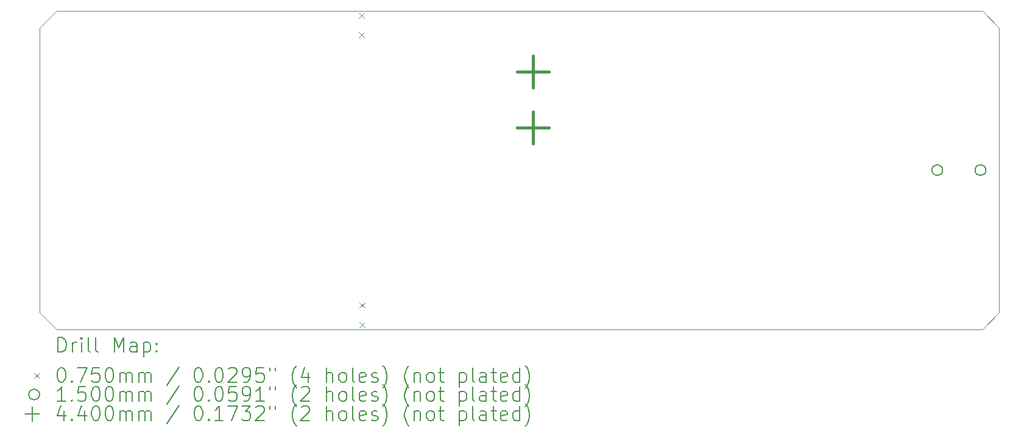
<source format=gbr>
%FSLAX45Y45*%
G04 Gerber Fmt 4.5, Leading zero omitted, Abs format (unit mm)*
G04 Created by KiCad (PCBNEW (6.0.4-0)) date 2024-06-08 21:38:03*
%MOMM*%
%LPD*%
G01*
G04 APERTURE LIST*
%TA.AperFunction,Profile*%
%ADD10C,0.100000*%
%TD*%
%ADD11C,0.200000*%
%ADD12C,0.075000*%
%ADD13C,0.150000*%
%ADD14C,0.440000*%
G04 APERTURE END LIST*
D10*
X7726500Y-7635000D02*
X7961000Y-7401200D01*
X20826750Y-11836000D02*
X21061500Y-11602100D01*
X7959900Y-11836000D02*
X20826750Y-11836000D01*
X7959900Y-11836000D02*
X7726500Y-11601750D01*
X7726500Y-7635000D02*
X7726500Y-11601750D01*
X21061500Y-7635125D02*
X20828300Y-7401200D01*
X21061500Y-7635125D02*
X21061500Y-11602100D01*
X7961000Y-7401200D02*
X20828300Y-7401200D01*
D11*
D12*
X12162500Y-7425000D02*
X12237500Y-7500000D01*
X12237500Y-7425000D02*
X12162500Y-7500000D01*
X12162500Y-7700000D02*
X12237500Y-7775000D01*
X12237500Y-7700000D02*
X12162500Y-7775000D01*
X12170500Y-11462000D02*
X12245500Y-11537000D01*
X12245500Y-11462000D02*
X12170500Y-11537000D01*
X12170500Y-11737000D02*
X12245500Y-11812000D01*
X12245500Y-11737000D02*
X12170500Y-11812000D01*
D13*
X20275000Y-9618600D02*
G75*
G03*
X20275000Y-9618600I-75000J0D01*
G01*
X20875000Y-9618600D02*
G75*
G03*
X20875000Y-9618600I-75000J0D01*
G01*
D14*
X14581500Y-8027500D02*
X14581500Y-8467500D01*
X14361500Y-8247500D02*
X14801500Y-8247500D01*
X14581500Y-8807500D02*
X14581500Y-9247500D01*
X14361500Y-9027500D02*
X14801500Y-9027500D01*
D11*
X7979119Y-12151476D02*
X7979119Y-11951476D01*
X8026738Y-11951476D01*
X8055309Y-11961000D01*
X8074357Y-11980048D01*
X8083881Y-11999095D01*
X8093405Y-12037190D01*
X8093405Y-12065762D01*
X8083881Y-12103857D01*
X8074357Y-12122905D01*
X8055309Y-12141952D01*
X8026738Y-12151476D01*
X7979119Y-12151476D01*
X8179119Y-12151476D02*
X8179119Y-12018143D01*
X8179119Y-12056238D02*
X8188643Y-12037190D01*
X8198167Y-12027667D01*
X8217214Y-12018143D01*
X8236262Y-12018143D01*
X8302928Y-12151476D02*
X8302928Y-12018143D01*
X8302928Y-11951476D02*
X8293405Y-11961000D01*
X8302928Y-11970524D01*
X8312452Y-11961000D01*
X8302928Y-11951476D01*
X8302928Y-11970524D01*
X8426738Y-12151476D02*
X8407690Y-12141952D01*
X8398167Y-12122905D01*
X8398167Y-11951476D01*
X8531500Y-12151476D02*
X8512452Y-12141952D01*
X8502929Y-12122905D01*
X8502929Y-11951476D01*
X8760071Y-12151476D02*
X8760071Y-11951476D01*
X8826738Y-12094333D01*
X8893405Y-11951476D01*
X8893405Y-12151476D01*
X9074357Y-12151476D02*
X9074357Y-12046714D01*
X9064833Y-12027667D01*
X9045786Y-12018143D01*
X9007690Y-12018143D01*
X8988643Y-12027667D01*
X9074357Y-12141952D02*
X9055310Y-12151476D01*
X9007690Y-12151476D01*
X8988643Y-12141952D01*
X8979119Y-12122905D01*
X8979119Y-12103857D01*
X8988643Y-12084809D01*
X9007690Y-12075286D01*
X9055310Y-12075286D01*
X9074357Y-12065762D01*
X9169595Y-12018143D02*
X9169595Y-12218143D01*
X9169595Y-12027667D02*
X9188643Y-12018143D01*
X9226738Y-12018143D01*
X9245786Y-12027667D01*
X9255310Y-12037190D01*
X9264833Y-12056238D01*
X9264833Y-12113381D01*
X9255310Y-12132428D01*
X9245786Y-12141952D01*
X9226738Y-12151476D01*
X9188643Y-12151476D01*
X9169595Y-12141952D01*
X9350548Y-12132428D02*
X9360071Y-12141952D01*
X9350548Y-12151476D01*
X9341024Y-12141952D01*
X9350548Y-12132428D01*
X9350548Y-12151476D01*
X9350548Y-12027667D02*
X9360071Y-12037190D01*
X9350548Y-12046714D01*
X9341024Y-12037190D01*
X9350548Y-12027667D01*
X9350548Y-12046714D01*
D12*
X7646500Y-12443500D02*
X7721500Y-12518500D01*
X7721500Y-12443500D02*
X7646500Y-12518500D01*
D11*
X8017214Y-12371476D02*
X8036262Y-12371476D01*
X8055309Y-12381000D01*
X8064833Y-12390524D01*
X8074357Y-12409571D01*
X8083881Y-12447667D01*
X8083881Y-12495286D01*
X8074357Y-12533381D01*
X8064833Y-12552428D01*
X8055309Y-12561952D01*
X8036262Y-12571476D01*
X8017214Y-12571476D01*
X7998167Y-12561952D01*
X7988643Y-12552428D01*
X7979119Y-12533381D01*
X7969595Y-12495286D01*
X7969595Y-12447667D01*
X7979119Y-12409571D01*
X7988643Y-12390524D01*
X7998167Y-12381000D01*
X8017214Y-12371476D01*
X8169595Y-12552428D02*
X8179119Y-12561952D01*
X8169595Y-12571476D01*
X8160071Y-12561952D01*
X8169595Y-12552428D01*
X8169595Y-12571476D01*
X8245786Y-12371476D02*
X8379119Y-12371476D01*
X8293405Y-12571476D01*
X8550548Y-12371476D02*
X8455310Y-12371476D01*
X8445786Y-12466714D01*
X8455310Y-12457190D01*
X8474357Y-12447667D01*
X8521976Y-12447667D01*
X8541024Y-12457190D01*
X8550548Y-12466714D01*
X8560071Y-12485762D01*
X8560071Y-12533381D01*
X8550548Y-12552428D01*
X8541024Y-12561952D01*
X8521976Y-12571476D01*
X8474357Y-12571476D01*
X8455310Y-12561952D01*
X8445786Y-12552428D01*
X8683881Y-12371476D02*
X8702929Y-12371476D01*
X8721976Y-12381000D01*
X8731500Y-12390524D01*
X8741024Y-12409571D01*
X8750548Y-12447667D01*
X8750548Y-12495286D01*
X8741024Y-12533381D01*
X8731500Y-12552428D01*
X8721976Y-12561952D01*
X8702929Y-12571476D01*
X8683881Y-12571476D01*
X8664833Y-12561952D01*
X8655310Y-12552428D01*
X8645786Y-12533381D01*
X8636262Y-12495286D01*
X8636262Y-12447667D01*
X8645786Y-12409571D01*
X8655310Y-12390524D01*
X8664833Y-12381000D01*
X8683881Y-12371476D01*
X8836262Y-12571476D02*
X8836262Y-12438143D01*
X8836262Y-12457190D02*
X8845786Y-12447667D01*
X8864833Y-12438143D01*
X8893405Y-12438143D01*
X8912452Y-12447667D01*
X8921976Y-12466714D01*
X8921976Y-12571476D01*
X8921976Y-12466714D02*
X8931500Y-12447667D01*
X8950548Y-12438143D01*
X8979119Y-12438143D01*
X8998167Y-12447667D01*
X9007690Y-12466714D01*
X9007690Y-12571476D01*
X9102929Y-12571476D02*
X9102929Y-12438143D01*
X9102929Y-12457190D02*
X9112452Y-12447667D01*
X9131500Y-12438143D01*
X9160071Y-12438143D01*
X9179119Y-12447667D01*
X9188643Y-12466714D01*
X9188643Y-12571476D01*
X9188643Y-12466714D02*
X9198167Y-12447667D01*
X9217214Y-12438143D01*
X9245786Y-12438143D01*
X9264833Y-12447667D01*
X9274357Y-12466714D01*
X9274357Y-12571476D01*
X9664833Y-12361952D02*
X9493405Y-12619095D01*
X9921976Y-12371476D02*
X9941024Y-12371476D01*
X9960071Y-12381000D01*
X9969595Y-12390524D01*
X9979119Y-12409571D01*
X9988643Y-12447667D01*
X9988643Y-12495286D01*
X9979119Y-12533381D01*
X9969595Y-12552428D01*
X9960071Y-12561952D01*
X9941024Y-12571476D01*
X9921976Y-12571476D01*
X9902929Y-12561952D01*
X9893405Y-12552428D01*
X9883881Y-12533381D01*
X9874357Y-12495286D01*
X9874357Y-12447667D01*
X9883881Y-12409571D01*
X9893405Y-12390524D01*
X9902929Y-12381000D01*
X9921976Y-12371476D01*
X10074357Y-12552428D02*
X10083881Y-12561952D01*
X10074357Y-12571476D01*
X10064833Y-12561952D01*
X10074357Y-12552428D01*
X10074357Y-12571476D01*
X10207690Y-12371476D02*
X10226738Y-12371476D01*
X10245786Y-12381000D01*
X10255310Y-12390524D01*
X10264833Y-12409571D01*
X10274357Y-12447667D01*
X10274357Y-12495286D01*
X10264833Y-12533381D01*
X10255310Y-12552428D01*
X10245786Y-12561952D01*
X10226738Y-12571476D01*
X10207690Y-12571476D01*
X10188643Y-12561952D01*
X10179119Y-12552428D01*
X10169595Y-12533381D01*
X10160071Y-12495286D01*
X10160071Y-12447667D01*
X10169595Y-12409571D01*
X10179119Y-12390524D01*
X10188643Y-12381000D01*
X10207690Y-12371476D01*
X10350548Y-12390524D02*
X10360071Y-12381000D01*
X10379119Y-12371476D01*
X10426738Y-12371476D01*
X10445786Y-12381000D01*
X10455310Y-12390524D01*
X10464833Y-12409571D01*
X10464833Y-12428619D01*
X10455310Y-12457190D01*
X10341024Y-12571476D01*
X10464833Y-12571476D01*
X10560071Y-12571476D02*
X10598167Y-12571476D01*
X10617214Y-12561952D01*
X10626738Y-12552428D01*
X10645786Y-12523857D01*
X10655310Y-12485762D01*
X10655310Y-12409571D01*
X10645786Y-12390524D01*
X10636262Y-12381000D01*
X10617214Y-12371476D01*
X10579119Y-12371476D01*
X10560071Y-12381000D01*
X10550548Y-12390524D01*
X10541024Y-12409571D01*
X10541024Y-12457190D01*
X10550548Y-12476238D01*
X10560071Y-12485762D01*
X10579119Y-12495286D01*
X10617214Y-12495286D01*
X10636262Y-12485762D01*
X10645786Y-12476238D01*
X10655310Y-12457190D01*
X10836262Y-12371476D02*
X10741024Y-12371476D01*
X10731500Y-12466714D01*
X10741024Y-12457190D01*
X10760071Y-12447667D01*
X10807690Y-12447667D01*
X10826738Y-12457190D01*
X10836262Y-12466714D01*
X10845786Y-12485762D01*
X10845786Y-12533381D01*
X10836262Y-12552428D01*
X10826738Y-12561952D01*
X10807690Y-12571476D01*
X10760071Y-12571476D01*
X10741024Y-12561952D01*
X10731500Y-12552428D01*
X10921976Y-12371476D02*
X10921976Y-12409571D01*
X10998167Y-12371476D02*
X10998167Y-12409571D01*
X11293405Y-12647667D02*
X11283881Y-12638143D01*
X11264833Y-12609571D01*
X11255309Y-12590524D01*
X11245786Y-12561952D01*
X11236262Y-12514333D01*
X11236262Y-12476238D01*
X11245786Y-12428619D01*
X11255309Y-12400048D01*
X11264833Y-12381000D01*
X11283881Y-12352428D01*
X11293405Y-12342905D01*
X11455309Y-12438143D02*
X11455309Y-12571476D01*
X11407690Y-12361952D02*
X11360071Y-12504809D01*
X11483881Y-12504809D01*
X11712452Y-12571476D02*
X11712452Y-12371476D01*
X11798167Y-12571476D02*
X11798167Y-12466714D01*
X11788643Y-12447667D01*
X11769595Y-12438143D01*
X11741024Y-12438143D01*
X11721976Y-12447667D01*
X11712452Y-12457190D01*
X11921976Y-12571476D02*
X11902928Y-12561952D01*
X11893405Y-12552428D01*
X11883881Y-12533381D01*
X11883881Y-12476238D01*
X11893405Y-12457190D01*
X11902928Y-12447667D01*
X11921976Y-12438143D01*
X11950548Y-12438143D01*
X11969595Y-12447667D01*
X11979119Y-12457190D01*
X11988643Y-12476238D01*
X11988643Y-12533381D01*
X11979119Y-12552428D01*
X11969595Y-12561952D01*
X11950548Y-12571476D01*
X11921976Y-12571476D01*
X12102928Y-12571476D02*
X12083881Y-12561952D01*
X12074357Y-12542905D01*
X12074357Y-12371476D01*
X12255309Y-12561952D02*
X12236262Y-12571476D01*
X12198167Y-12571476D01*
X12179119Y-12561952D01*
X12169595Y-12542905D01*
X12169595Y-12466714D01*
X12179119Y-12447667D01*
X12198167Y-12438143D01*
X12236262Y-12438143D01*
X12255309Y-12447667D01*
X12264833Y-12466714D01*
X12264833Y-12485762D01*
X12169595Y-12504809D01*
X12341024Y-12561952D02*
X12360071Y-12571476D01*
X12398167Y-12571476D01*
X12417214Y-12561952D01*
X12426738Y-12542905D01*
X12426738Y-12533381D01*
X12417214Y-12514333D01*
X12398167Y-12504809D01*
X12369595Y-12504809D01*
X12350548Y-12495286D01*
X12341024Y-12476238D01*
X12341024Y-12466714D01*
X12350548Y-12447667D01*
X12369595Y-12438143D01*
X12398167Y-12438143D01*
X12417214Y-12447667D01*
X12493405Y-12647667D02*
X12502928Y-12638143D01*
X12521976Y-12609571D01*
X12531500Y-12590524D01*
X12541024Y-12561952D01*
X12550548Y-12514333D01*
X12550548Y-12476238D01*
X12541024Y-12428619D01*
X12531500Y-12400048D01*
X12521976Y-12381000D01*
X12502928Y-12352428D01*
X12493405Y-12342905D01*
X12855309Y-12647667D02*
X12845786Y-12638143D01*
X12826738Y-12609571D01*
X12817214Y-12590524D01*
X12807690Y-12561952D01*
X12798167Y-12514333D01*
X12798167Y-12476238D01*
X12807690Y-12428619D01*
X12817214Y-12400048D01*
X12826738Y-12381000D01*
X12845786Y-12352428D01*
X12855309Y-12342905D01*
X12931500Y-12438143D02*
X12931500Y-12571476D01*
X12931500Y-12457190D02*
X12941024Y-12447667D01*
X12960071Y-12438143D01*
X12988643Y-12438143D01*
X13007690Y-12447667D01*
X13017214Y-12466714D01*
X13017214Y-12571476D01*
X13141024Y-12571476D02*
X13121976Y-12561952D01*
X13112452Y-12552428D01*
X13102928Y-12533381D01*
X13102928Y-12476238D01*
X13112452Y-12457190D01*
X13121976Y-12447667D01*
X13141024Y-12438143D01*
X13169595Y-12438143D01*
X13188643Y-12447667D01*
X13198167Y-12457190D01*
X13207690Y-12476238D01*
X13207690Y-12533381D01*
X13198167Y-12552428D01*
X13188643Y-12561952D01*
X13169595Y-12571476D01*
X13141024Y-12571476D01*
X13264833Y-12438143D02*
X13341024Y-12438143D01*
X13293405Y-12371476D02*
X13293405Y-12542905D01*
X13302928Y-12561952D01*
X13321976Y-12571476D01*
X13341024Y-12571476D01*
X13560071Y-12438143D02*
X13560071Y-12638143D01*
X13560071Y-12447667D02*
X13579119Y-12438143D01*
X13617214Y-12438143D01*
X13636262Y-12447667D01*
X13645786Y-12457190D01*
X13655309Y-12476238D01*
X13655309Y-12533381D01*
X13645786Y-12552428D01*
X13636262Y-12561952D01*
X13617214Y-12571476D01*
X13579119Y-12571476D01*
X13560071Y-12561952D01*
X13769595Y-12571476D02*
X13750548Y-12561952D01*
X13741024Y-12542905D01*
X13741024Y-12371476D01*
X13931500Y-12571476D02*
X13931500Y-12466714D01*
X13921976Y-12447667D01*
X13902928Y-12438143D01*
X13864833Y-12438143D01*
X13845786Y-12447667D01*
X13931500Y-12561952D02*
X13912452Y-12571476D01*
X13864833Y-12571476D01*
X13845786Y-12561952D01*
X13836262Y-12542905D01*
X13836262Y-12523857D01*
X13845786Y-12504809D01*
X13864833Y-12495286D01*
X13912452Y-12495286D01*
X13931500Y-12485762D01*
X13998167Y-12438143D02*
X14074357Y-12438143D01*
X14026738Y-12371476D02*
X14026738Y-12542905D01*
X14036262Y-12561952D01*
X14055309Y-12571476D01*
X14074357Y-12571476D01*
X14217214Y-12561952D02*
X14198167Y-12571476D01*
X14160071Y-12571476D01*
X14141024Y-12561952D01*
X14131500Y-12542905D01*
X14131500Y-12466714D01*
X14141024Y-12447667D01*
X14160071Y-12438143D01*
X14198167Y-12438143D01*
X14217214Y-12447667D01*
X14226738Y-12466714D01*
X14226738Y-12485762D01*
X14131500Y-12504809D01*
X14398167Y-12571476D02*
X14398167Y-12371476D01*
X14398167Y-12561952D02*
X14379119Y-12571476D01*
X14341024Y-12571476D01*
X14321976Y-12561952D01*
X14312452Y-12552428D01*
X14302928Y-12533381D01*
X14302928Y-12476238D01*
X14312452Y-12457190D01*
X14321976Y-12447667D01*
X14341024Y-12438143D01*
X14379119Y-12438143D01*
X14398167Y-12447667D01*
X14474357Y-12647667D02*
X14483881Y-12638143D01*
X14502928Y-12609571D01*
X14512452Y-12590524D01*
X14521976Y-12561952D01*
X14531500Y-12514333D01*
X14531500Y-12476238D01*
X14521976Y-12428619D01*
X14512452Y-12400048D01*
X14502928Y-12381000D01*
X14483881Y-12352428D01*
X14474357Y-12342905D01*
D13*
X7721500Y-12745000D02*
G75*
G03*
X7721500Y-12745000I-75000J0D01*
G01*
D11*
X8083881Y-12835476D02*
X7969595Y-12835476D01*
X8026738Y-12835476D02*
X8026738Y-12635476D01*
X8007690Y-12664048D01*
X7988643Y-12683095D01*
X7969595Y-12692619D01*
X8169595Y-12816428D02*
X8179119Y-12825952D01*
X8169595Y-12835476D01*
X8160071Y-12825952D01*
X8169595Y-12816428D01*
X8169595Y-12835476D01*
X8360071Y-12635476D02*
X8264833Y-12635476D01*
X8255309Y-12730714D01*
X8264833Y-12721190D01*
X8283881Y-12711667D01*
X8331500Y-12711667D01*
X8350548Y-12721190D01*
X8360071Y-12730714D01*
X8369595Y-12749762D01*
X8369595Y-12797381D01*
X8360071Y-12816428D01*
X8350548Y-12825952D01*
X8331500Y-12835476D01*
X8283881Y-12835476D01*
X8264833Y-12825952D01*
X8255309Y-12816428D01*
X8493405Y-12635476D02*
X8512452Y-12635476D01*
X8531500Y-12645000D01*
X8541024Y-12654524D01*
X8550548Y-12673571D01*
X8560071Y-12711667D01*
X8560071Y-12759286D01*
X8550548Y-12797381D01*
X8541024Y-12816428D01*
X8531500Y-12825952D01*
X8512452Y-12835476D01*
X8493405Y-12835476D01*
X8474357Y-12825952D01*
X8464833Y-12816428D01*
X8455310Y-12797381D01*
X8445786Y-12759286D01*
X8445786Y-12711667D01*
X8455310Y-12673571D01*
X8464833Y-12654524D01*
X8474357Y-12645000D01*
X8493405Y-12635476D01*
X8683881Y-12635476D02*
X8702929Y-12635476D01*
X8721976Y-12645000D01*
X8731500Y-12654524D01*
X8741024Y-12673571D01*
X8750548Y-12711667D01*
X8750548Y-12759286D01*
X8741024Y-12797381D01*
X8731500Y-12816428D01*
X8721976Y-12825952D01*
X8702929Y-12835476D01*
X8683881Y-12835476D01*
X8664833Y-12825952D01*
X8655310Y-12816428D01*
X8645786Y-12797381D01*
X8636262Y-12759286D01*
X8636262Y-12711667D01*
X8645786Y-12673571D01*
X8655310Y-12654524D01*
X8664833Y-12645000D01*
X8683881Y-12635476D01*
X8836262Y-12835476D02*
X8836262Y-12702143D01*
X8836262Y-12721190D02*
X8845786Y-12711667D01*
X8864833Y-12702143D01*
X8893405Y-12702143D01*
X8912452Y-12711667D01*
X8921976Y-12730714D01*
X8921976Y-12835476D01*
X8921976Y-12730714D02*
X8931500Y-12711667D01*
X8950548Y-12702143D01*
X8979119Y-12702143D01*
X8998167Y-12711667D01*
X9007690Y-12730714D01*
X9007690Y-12835476D01*
X9102929Y-12835476D02*
X9102929Y-12702143D01*
X9102929Y-12721190D02*
X9112452Y-12711667D01*
X9131500Y-12702143D01*
X9160071Y-12702143D01*
X9179119Y-12711667D01*
X9188643Y-12730714D01*
X9188643Y-12835476D01*
X9188643Y-12730714D02*
X9198167Y-12711667D01*
X9217214Y-12702143D01*
X9245786Y-12702143D01*
X9264833Y-12711667D01*
X9274357Y-12730714D01*
X9274357Y-12835476D01*
X9664833Y-12625952D02*
X9493405Y-12883095D01*
X9921976Y-12635476D02*
X9941024Y-12635476D01*
X9960071Y-12645000D01*
X9969595Y-12654524D01*
X9979119Y-12673571D01*
X9988643Y-12711667D01*
X9988643Y-12759286D01*
X9979119Y-12797381D01*
X9969595Y-12816428D01*
X9960071Y-12825952D01*
X9941024Y-12835476D01*
X9921976Y-12835476D01*
X9902929Y-12825952D01*
X9893405Y-12816428D01*
X9883881Y-12797381D01*
X9874357Y-12759286D01*
X9874357Y-12711667D01*
X9883881Y-12673571D01*
X9893405Y-12654524D01*
X9902929Y-12645000D01*
X9921976Y-12635476D01*
X10074357Y-12816428D02*
X10083881Y-12825952D01*
X10074357Y-12835476D01*
X10064833Y-12825952D01*
X10074357Y-12816428D01*
X10074357Y-12835476D01*
X10207690Y-12635476D02*
X10226738Y-12635476D01*
X10245786Y-12645000D01*
X10255310Y-12654524D01*
X10264833Y-12673571D01*
X10274357Y-12711667D01*
X10274357Y-12759286D01*
X10264833Y-12797381D01*
X10255310Y-12816428D01*
X10245786Y-12825952D01*
X10226738Y-12835476D01*
X10207690Y-12835476D01*
X10188643Y-12825952D01*
X10179119Y-12816428D01*
X10169595Y-12797381D01*
X10160071Y-12759286D01*
X10160071Y-12711667D01*
X10169595Y-12673571D01*
X10179119Y-12654524D01*
X10188643Y-12645000D01*
X10207690Y-12635476D01*
X10455310Y-12635476D02*
X10360071Y-12635476D01*
X10350548Y-12730714D01*
X10360071Y-12721190D01*
X10379119Y-12711667D01*
X10426738Y-12711667D01*
X10445786Y-12721190D01*
X10455310Y-12730714D01*
X10464833Y-12749762D01*
X10464833Y-12797381D01*
X10455310Y-12816428D01*
X10445786Y-12825952D01*
X10426738Y-12835476D01*
X10379119Y-12835476D01*
X10360071Y-12825952D01*
X10350548Y-12816428D01*
X10560071Y-12835476D02*
X10598167Y-12835476D01*
X10617214Y-12825952D01*
X10626738Y-12816428D01*
X10645786Y-12787857D01*
X10655310Y-12749762D01*
X10655310Y-12673571D01*
X10645786Y-12654524D01*
X10636262Y-12645000D01*
X10617214Y-12635476D01*
X10579119Y-12635476D01*
X10560071Y-12645000D01*
X10550548Y-12654524D01*
X10541024Y-12673571D01*
X10541024Y-12721190D01*
X10550548Y-12740238D01*
X10560071Y-12749762D01*
X10579119Y-12759286D01*
X10617214Y-12759286D01*
X10636262Y-12749762D01*
X10645786Y-12740238D01*
X10655310Y-12721190D01*
X10845786Y-12835476D02*
X10731500Y-12835476D01*
X10788643Y-12835476D02*
X10788643Y-12635476D01*
X10769595Y-12664048D01*
X10750548Y-12683095D01*
X10731500Y-12692619D01*
X10921976Y-12635476D02*
X10921976Y-12673571D01*
X10998167Y-12635476D02*
X10998167Y-12673571D01*
X11293405Y-12911667D02*
X11283881Y-12902143D01*
X11264833Y-12873571D01*
X11255309Y-12854524D01*
X11245786Y-12825952D01*
X11236262Y-12778333D01*
X11236262Y-12740238D01*
X11245786Y-12692619D01*
X11255309Y-12664048D01*
X11264833Y-12645000D01*
X11283881Y-12616428D01*
X11293405Y-12606905D01*
X11360071Y-12654524D02*
X11369595Y-12645000D01*
X11388643Y-12635476D01*
X11436262Y-12635476D01*
X11455309Y-12645000D01*
X11464833Y-12654524D01*
X11474357Y-12673571D01*
X11474357Y-12692619D01*
X11464833Y-12721190D01*
X11350548Y-12835476D01*
X11474357Y-12835476D01*
X11712452Y-12835476D02*
X11712452Y-12635476D01*
X11798167Y-12835476D02*
X11798167Y-12730714D01*
X11788643Y-12711667D01*
X11769595Y-12702143D01*
X11741024Y-12702143D01*
X11721976Y-12711667D01*
X11712452Y-12721190D01*
X11921976Y-12835476D02*
X11902928Y-12825952D01*
X11893405Y-12816428D01*
X11883881Y-12797381D01*
X11883881Y-12740238D01*
X11893405Y-12721190D01*
X11902928Y-12711667D01*
X11921976Y-12702143D01*
X11950548Y-12702143D01*
X11969595Y-12711667D01*
X11979119Y-12721190D01*
X11988643Y-12740238D01*
X11988643Y-12797381D01*
X11979119Y-12816428D01*
X11969595Y-12825952D01*
X11950548Y-12835476D01*
X11921976Y-12835476D01*
X12102928Y-12835476D02*
X12083881Y-12825952D01*
X12074357Y-12806905D01*
X12074357Y-12635476D01*
X12255309Y-12825952D02*
X12236262Y-12835476D01*
X12198167Y-12835476D01*
X12179119Y-12825952D01*
X12169595Y-12806905D01*
X12169595Y-12730714D01*
X12179119Y-12711667D01*
X12198167Y-12702143D01*
X12236262Y-12702143D01*
X12255309Y-12711667D01*
X12264833Y-12730714D01*
X12264833Y-12749762D01*
X12169595Y-12768809D01*
X12341024Y-12825952D02*
X12360071Y-12835476D01*
X12398167Y-12835476D01*
X12417214Y-12825952D01*
X12426738Y-12806905D01*
X12426738Y-12797381D01*
X12417214Y-12778333D01*
X12398167Y-12768809D01*
X12369595Y-12768809D01*
X12350548Y-12759286D01*
X12341024Y-12740238D01*
X12341024Y-12730714D01*
X12350548Y-12711667D01*
X12369595Y-12702143D01*
X12398167Y-12702143D01*
X12417214Y-12711667D01*
X12493405Y-12911667D02*
X12502928Y-12902143D01*
X12521976Y-12873571D01*
X12531500Y-12854524D01*
X12541024Y-12825952D01*
X12550548Y-12778333D01*
X12550548Y-12740238D01*
X12541024Y-12692619D01*
X12531500Y-12664048D01*
X12521976Y-12645000D01*
X12502928Y-12616428D01*
X12493405Y-12606905D01*
X12855309Y-12911667D02*
X12845786Y-12902143D01*
X12826738Y-12873571D01*
X12817214Y-12854524D01*
X12807690Y-12825952D01*
X12798167Y-12778333D01*
X12798167Y-12740238D01*
X12807690Y-12692619D01*
X12817214Y-12664048D01*
X12826738Y-12645000D01*
X12845786Y-12616428D01*
X12855309Y-12606905D01*
X12931500Y-12702143D02*
X12931500Y-12835476D01*
X12931500Y-12721190D02*
X12941024Y-12711667D01*
X12960071Y-12702143D01*
X12988643Y-12702143D01*
X13007690Y-12711667D01*
X13017214Y-12730714D01*
X13017214Y-12835476D01*
X13141024Y-12835476D02*
X13121976Y-12825952D01*
X13112452Y-12816428D01*
X13102928Y-12797381D01*
X13102928Y-12740238D01*
X13112452Y-12721190D01*
X13121976Y-12711667D01*
X13141024Y-12702143D01*
X13169595Y-12702143D01*
X13188643Y-12711667D01*
X13198167Y-12721190D01*
X13207690Y-12740238D01*
X13207690Y-12797381D01*
X13198167Y-12816428D01*
X13188643Y-12825952D01*
X13169595Y-12835476D01*
X13141024Y-12835476D01*
X13264833Y-12702143D02*
X13341024Y-12702143D01*
X13293405Y-12635476D02*
X13293405Y-12806905D01*
X13302928Y-12825952D01*
X13321976Y-12835476D01*
X13341024Y-12835476D01*
X13560071Y-12702143D02*
X13560071Y-12902143D01*
X13560071Y-12711667D02*
X13579119Y-12702143D01*
X13617214Y-12702143D01*
X13636262Y-12711667D01*
X13645786Y-12721190D01*
X13655309Y-12740238D01*
X13655309Y-12797381D01*
X13645786Y-12816428D01*
X13636262Y-12825952D01*
X13617214Y-12835476D01*
X13579119Y-12835476D01*
X13560071Y-12825952D01*
X13769595Y-12835476D02*
X13750548Y-12825952D01*
X13741024Y-12806905D01*
X13741024Y-12635476D01*
X13931500Y-12835476D02*
X13931500Y-12730714D01*
X13921976Y-12711667D01*
X13902928Y-12702143D01*
X13864833Y-12702143D01*
X13845786Y-12711667D01*
X13931500Y-12825952D02*
X13912452Y-12835476D01*
X13864833Y-12835476D01*
X13845786Y-12825952D01*
X13836262Y-12806905D01*
X13836262Y-12787857D01*
X13845786Y-12768809D01*
X13864833Y-12759286D01*
X13912452Y-12759286D01*
X13931500Y-12749762D01*
X13998167Y-12702143D02*
X14074357Y-12702143D01*
X14026738Y-12635476D02*
X14026738Y-12806905D01*
X14036262Y-12825952D01*
X14055309Y-12835476D01*
X14074357Y-12835476D01*
X14217214Y-12825952D02*
X14198167Y-12835476D01*
X14160071Y-12835476D01*
X14141024Y-12825952D01*
X14131500Y-12806905D01*
X14131500Y-12730714D01*
X14141024Y-12711667D01*
X14160071Y-12702143D01*
X14198167Y-12702143D01*
X14217214Y-12711667D01*
X14226738Y-12730714D01*
X14226738Y-12749762D01*
X14131500Y-12768809D01*
X14398167Y-12835476D02*
X14398167Y-12635476D01*
X14398167Y-12825952D02*
X14379119Y-12835476D01*
X14341024Y-12835476D01*
X14321976Y-12825952D01*
X14312452Y-12816428D01*
X14302928Y-12797381D01*
X14302928Y-12740238D01*
X14312452Y-12721190D01*
X14321976Y-12711667D01*
X14341024Y-12702143D01*
X14379119Y-12702143D01*
X14398167Y-12711667D01*
X14474357Y-12911667D02*
X14483881Y-12902143D01*
X14502928Y-12873571D01*
X14512452Y-12854524D01*
X14521976Y-12825952D01*
X14531500Y-12778333D01*
X14531500Y-12740238D01*
X14521976Y-12692619D01*
X14512452Y-12664048D01*
X14502928Y-12645000D01*
X14483881Y-12616428D01*
X14474357Y-12606905D01*
X7621500Y-12915000D02*
X7621500Y-13115000D01*
X7521500Y-13015000D02*
X7721500Y-13015000D01*
X8064833Y-12972143D02*
X8064833Y-13105476D01*
X8017214Y-12895952D02*
X7969595Y-13038809D01*
X8093405Y-13038809D01*
X8169595Y-13086428D02*
X8179119Y-13095952D01*
X8169595Y-13105476D01*
X8160071Y-13095952D01*
X8169595Y-13086428D01*
X8169595Y-13105476D01*
X8350548Y-12972143D02*
X8350548Y-13105476D01*
X8302928Y-12895952D02*
X8255309Y-13038809D01*
X8379119Y-13038809D01*
X8493405Y-12905476D02*
X8512452Y-12905476D01*
X8531500Y-12915000D01*
X8541024Y-12924524D01*
X8550548Y-12943571D01*
X8560071Y-12981667D01*
X8560071Y-13029286D01*
X8550548Y-13067381D01*
X8541024Y-13086428D01*
X8531500Y-13095952D01*
X8512452Y-13105476D01*
X8493405Y-13105476D01*
X8474357Y-13095952D01*
X8464833Y-13086428D01*
X8455310Y-13067381D01*
X8445786Y-13029286D01*
X8445786Y-12981667D01*
X8455310Y-12943571D01*
X8464833Y-12924524D01*
X8474357Y-12915000D01*
X8493405Y-12905476D01*
X8683881Y-12905476D02*
X8702929Y-12905476D01*
X8721976Y-12915000D01*
X8731500Y-12924524D01*
X8741024Y-12943571D01*
X8750548Y-12981667D01*
X8750548Y-13029286D01*
X8741024Y-13067381D01*
X8731500Y-13086428D01*
X8721976Y-13095952D01*
X8702929Y-13105476D01*
X8683881Y-13105476D01*
X8664833Y-13095952D01*
X8655310Y-13086428D01*
X8645786Y-13067381D01*
X8636262Y-13029286D01*
X8636262Y-12981667D01*
X8645786Y-12943571D01*
X8655310Y-12924524D01*
X8664833Y-12915000D01*
X8683881Y-12905476D01*
X8836262Y-13105476D02*
X8836262Y-12972143D01*
X8836262Y-12991190D02*
X8845786Y-12981667D01*
X8864833Y-12972143D01*
X8893405Y-12972143D01*
X8912452Y-12981667D01*
X8921976Y-13000714D01*
X8921976Y-13105476D01*
X8921976Y-13000714D02*
X8931500Y-12981667D01*
X8950548Y-12972143D01*
X8979119Y-12972143D01*
X8998167Y-12981667D01*
X9007690Y-13000714D01*
X9007690Y-13105476D01*
X9102929Y-13105476D02*
X9102929Y-12972143D01*
X9102929Y-12991190D02*
X9112452Y-12981667D01*
X9131500Y-12972143D01*
X9160071Y-12972143D01*
X9179119Y-12981667D01*
X9188643Y-13000714D01*
X9188643Y-13105476D01*
X9188643Y-13000714D02*
X9198167Y-12981667D01*
X9217214Y-12972143D01*
X9245786Y-12972143D01*
X9264833Y-12981667D01*
X9274357Y-13000714D01*
X9274357Y-13105476D01*
X9664833Y-12895952D02*
X9493405Y-13153095D01*
X9921976Y-12905476D02*
X9941024Y-12905476D01*
X9960071Y-12915000D01*
X9969595Y-12924524D01*
X9979119Y-12943571D01*
X9988643Y-12981667D01*
X9988643Y-13029286D01*
X9979119Y-13067381D01*
X9969595Y-13086428D01*
X9960071Y-13095952D01*
X9941024Y-13105476D01*
X9921976Y-13105476D01*
X9902929Y-13095952D01*
X9893405Y-13086428D01*
X9883881Y-13067381D01*
X9874357Y-13029286D01*
X9874357Y-12981667D01*
X9883881Y-12943571D01*
X9893405Y-12924524D01*
X9902929Y-12915000D01*
X9921976Y-12905476D01*
X10074357Y-13086428D02*
X10083881Y-13095952D01*
X10074357Y-13105476D01*
X10064833Y-13095952D01*
X10074357Y-13086428D01*
X10074357Y-13105476D01*
X10274357Y-13105476D02*
X10160071Y-13105476D01*
X10217214Y-13105476D02*
X10217214Y-12905476D01*
X10198167Y-12934048D01*
X10179119Y-12953095D01*
X10160071Y-12962619D01*
X10341024Y-12905476D02*
X10474357Y-12905476D01*
X10388643Y-13105476D01*
X10531500Y-12905476D02*
X10655310Y-12905476D01*
X10588643Y-12981667D01*
X10617214Y-12981667D01*
X10636262Y-12991190D01*
X10645786Y-13000714D01*
X10655310Y-13019762D01*
X10655310Y-13067381D01*
X10645786Y-13086428D01*
X10636262Y-13095952D01*
X10617214Y-13105476D01*
X10560071Y-13105476D01*
X10541024Y-13095952D01*
X10531500Y-13086428D01*
X10731500Y-12924524D02*
X10741024Y-12915000D01*
X10760071Y-12905476D01*
X10807690Y-12905476D01*
X10826738Y-12915000D01*
X10836262Y-12924524D01*
X10845786Y-12943571D01*
X10845786Y-12962619D01*
X10836262Y-12991190D01*
X10721976Y-13105476D01*
X10845786Y-13105476D01*
X10921976Y-12905476D02*
X10921976Y-12943571D01*
X10998167Y-12905476D02*
X10998167Y-12943571D01*
X11293405Y-13181667D02*
X11283881Y-13172143D01*
X11264833Y-13143571D01*
X11255309Y-13124524D01*
X11245786Y-13095952D01*
X11236262Y-13048333D01*
X11236262Y-13010238D01*
X11245786Y-12962619D01*
X11255309Y-12934048D01*
X11264833Y-12915000D01*
X11283881Y-12886428D01*
X11293405Y-12876905D01*
X11360071Y-12924524D02*
X11369595Y-12915000D01*
X11388643Y-12905476D01*
X11436262Y-12905476D01*
X11455309Y-12915000D01*
X11464833Y-12924524D01*
X11474357Y-12943571D01*
X11474357Y-12962619D01*
X11464833Y-12991190D01*
X11350548Y-13105476D01*
X11474357Y-13105476D01*
X11712452Y-13105476D02*
X11712452Y-12905476D01*
X11798167Y-13105476D02*
X11798167Y-13000714D01*
X11788643Y-12981667D01*
X11769595Y-12972143D01*
X11741024Y-12972143D01*
X11721976Y-12981667D01*
X11712452Y-12991190D01*
X11921976Y-13105476D02*
X11902928Y-13095952D01*
X11893405Y-13086428D01*
X11883881Y-13067381D01*
X11883881Y-13010238D01*
X11893405Y-12991190D01*
X11902928Y-12981667D01*
X11921976Y-12972143D01*
X11950548Y-12972143D01*
X11969595Y-12981667D01*
X11979119Y-12991190D01*
X11988643Y-13010238D01*
X11988643Y-13067381D01*
X11979119Y-13086428D01*
X11969595Y-13095952D01*
X11950548Y-13105476D01*
X11921976Y-13105476D01*
X12102928Y-13105476D02*
X12083881Y-13095952D01*
X12074357Y-13076905D01*
X12074357Y-12905476D01*
X12255309Y-13095952D02*
X12236262Y-13105476D01*
X12198167Y-13105476D01*
X12179119Y-13095952D01*
X12169595Y-13076905D01*
X12169595Y-13000714D01*
X12179119Y-12981667D01*
X12198167Y-12972143D01*
X12236262Y-12972143D01*
X12255309Y-12981667D01*
X12264833Y-13000714D01*
X12264833Y-13019762D01*
X12169595Y-13038809D01*
X12341024Y-13095952D02*
X12360071Y-13105476D01*
X12398167Y-13105476D01*
X12417214Y-13095952D01*
X12426738Y-13076905D01*
X12426738Y-13067381D01*
X12417214Y-13048333D01*
X12398167Y-13038809D01*
X12369595Y-13038809D01*
X12350548Y-13029286D01*
X12341024Y-13010238D01*
X12341024Y-13000714D01*
X12350548Y-12981667D01*
X12369595Y-12972143D01*
X12398167Y-12972143D01*
X12417214Y-12981667D01*
X12493405Y-13181667D02*
X12502928Y-13172143D01*
X12521976Y-13143571D01*
X12531500Y-13124524D01*
X12541024Y-13095952D01*
X12550548Y-13048333D01*
X12550548Y-13010238D01*
X12541024Y-12962619D01*
X12531500Y-12934048D01*
X12521976Y-12915000D01*
X12502928Y-12886428D01*
X12493405Y-12876905D01*
X12855309Y-13181667D02*
X12845786Y-13172143D01*
X12826738Y-13143571D01*
X12817214Y-13124524D01*
X12807690Y-13095952D01*
X12798167Y-13048333D01*
X12798167Y-13010238D01*
X12807690Y-12962619D01*
X12817214Y-12934048D01*
X12826738Y-12915000D01*
X12845786Y-12886428D01*
X12855309Y-12876905D01*
X12931500Y-12972143D02*
X12931500Y-13105476D01*
X12931500Y-12991190D02*
X12941024Y-12981667D01*
X12960071Y-12972143D01*
X12988643Y-12972143D01*
X13007690Y-12981667D01*
X13017214Y-13000714D01*
X13017214Y-13105476D01*
X13141024Y-13105476D02*
X13121976Y-13095952D01*
X13112452Y-13086428D01*
X13102928Y-13067381D01*
X13102928Y-13010238D01*
X13112452Y-12991190D01*
X13121976Y-12981667D01*
X13141024Y-12972143D01*
X13169595Y-12972143D01*
X13188643Y-12981667D01*
X13198167Y-12991190D01*
X13207690Y-13010238D01*
X13207690Y-13067381D01*
X13198167Y-13086428D01*
X13188643Y-13095952D01*
X13169595Y-13105476D01*
X13141024Y-13105476D01*
X13264833Y-12972143D02*
X13341024Y-12972143D01*
X13293405Y-12905476D02*
X13293405Y-13076905D01*
X13302928Y-13095952D01*
X13321976Y-13105476D01*
X13341024Y-13105476D01*
X13560071Y-12972143D02*
X13560071Y-13172143D01*
X13560071Y-12981667D02*
X13579119Y-12972143D01*
X13617214Y-12972143D01*
X13636262Y-12981667D01*
X13645786Y-12991190D01*
X13655309Y-13010238D01*
X13655309Y-13067381D01*
X13645786Y-13086428D01*
X13636262Y-13095952D01*
X13617214Y-13105476D01*
X13579119Y-13105476D01*
X13560071Y-13095952D01*
X13769595Y-13105476D02*
X13750548Y-13095952D01*
X13741024Y-13076905D01*
X13741024Y-12905476D01*
X13931500Y-13105476D02*
X13931500Y-13000714D01*
X13921976Y-12981667D01*
X13902928Y-12972143D01*
X13864833Y-12972143D01*
X13845786Y-12981667D01*
X13931500Y-13095952D02*
X13912452Y-13105476D01*
X13864833Y-13105476D01*
X13845786Y-13095952D01*
X13836262Y-13076905D01*
X13836262Y-13057857D01*
X13845786Y-13038809D01*
X13864833Y-13029286D01*
X13912452Y-13029286D01*
X13931500Y-13019762D01*
X13998167Y-12972143D02*
X14074357Y-12972143D01*
X14026738Y-12905476D02*
X14026738Y-13076905D01*
X14036262Y-13095952D01*
X14055309Y-13105476D01*
X14074357Y-13105476D01*
X14217214Y-13095952D02*
X14198167Y-13105476D01*
X14160071Y-13105476D01*
X14141024Y-13095952D01*
X14131500Y-13076905D01*
X14131500Y-13000714D01*
X14141024Y-12981667D01*
X14160071Y-12972143D01*
X14198167Y-12972143D01*
X14217214Y-12981667D01*
X14226738Y-13000714D01*
X14226738Y-13019762D01*
X14131500Y-13038809D01*
X14398167Y-13105476D02*
X14398167Y-12905476D01*
X14398167Y-13095952D02*
X14379119Y-13105476D01*
X14341024Y-13105476D01*
X14321976Y-13095952D01*
X14312452Y-13086428D01*
X14302928Y-13067381D01*
X14302928Y-13010238D01*
X14312452Y-12991190D01*
X14321976Y-12981667D01*
X14341024Y-12972143D01*
X14379119Y-12972143D01*
X14398167Y-12981667D01*
X14474357Y-13181667D02*
X14483881Y-13172143D01*
X14502928Y-13143571D01*
X14512452Y-13124524D01*
X14521976Y-13095952D01*
X14531500Y-13048333D01*
X14531500Y-13010238D01*
X14521976Y-12962619D01*
X14512452Y-12934048D01*
X14502928Y-12915000D01*
X14483881Y-12886428D01*
X14474357Y-12876905D01*
M02*

</source>
